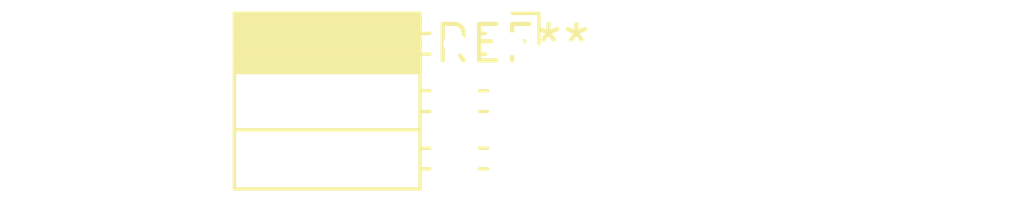
<source format=kicad_pcb>
(kicad_pcb (version 20240108) (generator pcbnew)
  (layers (0 "F.Cu" signal) (31 "B.Cu" signal) (34 "B.Paste" user) (35 "F.Paste" user) (36 "B.SilkS" user "B.Silkscreen") (37 "F.SilkS" user "F.Silkscreen") (38 "B.Mask" user) (39 "F.Mask" user) (44 "Edge.Cuts" user))
  (net 0 "")
  (footprint "PinSocket_2x03_P2.00mm_Horizontal" (layer "F.Cu") (at 0 0)
    (property "Reference" "REF**")
    (property "Value" "PinSocket_2x03_P2.00mm_Horizontal")
    (fp_line (start -9.68 -1.06) (end -9.68 5.06) (layer "F.SilkS") (stroke (width 0.12)))
    (fp_line (start -9.68 -1.06) (end -3.21 -1.06) (layer "F.SilkS") (stroke (width 0.12)))
    (fp_line (start -9.68 -0.94) (end -3.21 -0.94) (layer "F.SilkS") (stroke (width 0.12)))
    (fp_line (start -9.68 -0.825882) (end -3.21 -0.825882) (layer "F.SilkS") (stroke (width 0.12)))
    (fp_line (start -9.68 -0.711764) (end -3.21 -0.711764) (layer "F.SilkS") (stroke (width 0.12)))
    (fp_line (start -9.68 -0.597646) (end -3.21 -0.597646) (layer "F.SilkS") (stroke (width 0.12)))
    (fp_line (start -9.68 -0.483528) (end -3.21 -0.483528) (layer "F.SilkS") (stroke (width 0.12)))
    (fp_line (start -9.68 -0.36941) (end -3.21 -0.36941) (layer "F.SilkS") (stroke (width 0.12)))
    (fp_line (start -9.68 -0.255292) (end -3.21 -0.255292) (layer "F.SilkS") (stroke (width 0.12)))
    (fp_line (start -9.68 -0.141174) (end -3.21 -0.141174) (layer "F.SilkS") (stroke (width 0.12)))
    (fp_line (start -9.68 -0.027056) (end -3.21 -0.027056) (layer "F.SilkS") (stroke (width 0.12)))
    (fp_line (start -9.68 0.087062) (end -3.21 0.087062) (layer "F.SilkS") (stroke (width 0.12)))
    (fp_line (start -9.68 0.20118) (end -3.21 0.20118) (layer "F.SilkS") (stroke (width 0.12)))
    (fp_line (start -9.68 0.315298) (end -3.21 0.315298) (layer "F.SilkS") (stroke (width 0.12)))
    (fp_line (start -9.68 0.429416) (end -3.21 0.429416) (layer "F.SilkS") (stroke (width 0.12)))
    (fp_line (start -9.68 0.543534) (end -3.21 0.543534) (layer "F.SilkS") (stroke (width 0.12)))
    (fp_line (start -9.68 0.657652) (end -3.21 0.657652) (layer "F.SilkS") (stroke (width 0.12)))
    (fp_line (start -9.68 0.77177) (end -3.21 0.77177) (layer "F.SilkS") (stroke (width 0.12)))
    (fp_line (start -9.68 0.885888) (end -3.21 0.885888) (layer "F.SilkS") (stroke (width 0.12)))
    (fp_line (start -9.68 1) (end -3.21 1) (layer "F.SilkS") (stroke (width 0.12)))
    (fp_line (start -9.68 3) (end -3.21 3) (layer "F.SilkS") (stroke (width 0.12)))
    (fp_line (start -9.68 5.06) (end -3.21 5.06) (layer "F.SilkS") (stroke (width 0.12)))
    (fp_line (start -3.21 -1.06) (end -3.21 5.06) (layer "F.SilkS") (stroke (width 0.12)))
    (fp_line (start -3.21 -0.36) (end -2.862917 -0.36) (layer "F.SilkS") (stroke (width 0.12)))
    (fp_line (start -3.21 0.36) (end -2.862917 0.36) (layer "F.SilkS") (stroke (width 0.12)))
    (fp_line (start -3.21 1.64) (end -2.862917 1.64) (layer "F.SilkS") (stroke (width 0.12)))
    (fp_line (start -3.21 2.36) (end -2.862917 2.36) (layer "F.SilkS") (stroke (width 0.12)))
    (fp_line (start -3.21 3.64) (end -2.862917 3.64) (layer "F.SilkS") (stroke (width 0.12)))
    (fp_line (start -3.21 4.36) (end -2.862917 4.36) (layer "F.SilkS") (stroke (width 0.12)))
    (fp_line (start -1.137083 -0.36) (end -0.935 -0.36) (layer "F.SilkS") (stroke (width 0.12)))
    (fp_line (start -1.137083 0.36) (end -0.935 0.36) (layer "F.SilkS") (stroke (width 0.12)))
    (fp_line (start -1.137083 1.64) (end -0.862917 1.64) (layer "F.SilkS") (stroke (width 0.12)))
    (fp_line (start -1.137083 2.36) (end -0.862917 2.36) (layer "F.SilkS") (stroke (width 0.12)))
    (fp_line (start -1.137083 3.64) (end -0.862917 3.64) (layer "F.SilkS") (stroke (width 0.12)))
    (fp_line (start -1.137083 4.36) (end -0.862917 4.36) (layer "F.SilkS") (stroke (width 0.12)))
    (fp_line (start 0 -1.06) (end 0.935 -1.06) (layer "F.SilkS") (stroke (width 0.12)))
    (fp_line (start 0.935 -1.06) (end 0.935 0) (layer "F.SilkS") (stroke (width 0.12)))
    (pad "1" thru_hole rect (at 0 0) (size 1.35 1.35) (drill 0.8) (layers *.Cu *.Mask) (remove_unused_layers))
    (pad "2" thru_hole oval (at -2 0) (size 1.35 1.35) (drill 0.8) (layers *.Cu *.Mask) (remove_unused_layers))
    (pad "3" thru_hole oval (at 0 2) (size 1.35 1.35) (drill 0.8) (layers *.Cu *.Mask) (remove_unused_layers))
    (pad "4" thru_hole oval (at -2 2) (size 1.35 1.35) (drill 0.8) (layers *.Cu *.Mask) (remove_unused_layers))
    (pad "5" thru_hole oval (at 0 4) (size 1.35 1.35) (drill 0.8) (layers *.Cu *.Mask) (remove_unused_layers))
    (pad "6" thru_hole oval (at -2 4) (size 1.35 1.35) (drill 0.8) (layers *.Cu *.Mask) (remove_unused_layers))
  )
)
</source>
